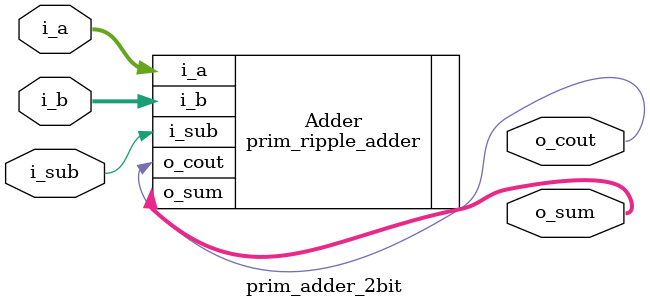
<source format=sv>
module prim_adder_2bit(
    input  logic [1:0] i_a,
    input  logic [1:0] i_b,
    input  logic       i_sub,
    output logic [1:0] o_sum,
    output logic       o_cout
);

prim_ripple_adder #(.WIDTH(2)) Adder(
    .i_a   (i_a)   ,
    .i_b   (i_b)   ,
    .i_sub (i_sub) ,
    .o_sum (o_sum) ,
    .o_cout(o_cout)
);



endmodule : prim_adder_2bit

</source>
